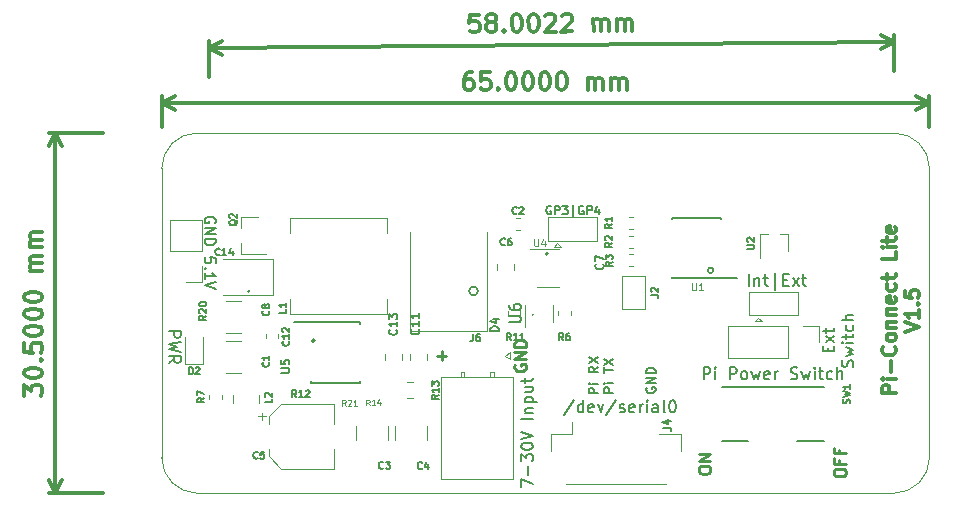
<source format=gbr>
G04 #@! TF.GenerationSoftware,KiCad,Pcbnew,6.0.2-378541a8eb~116~ubuntu20.04.1*
G04 #@! TF.CreationDate,2022-02-27T20:25:45+11:00*
G04 #@! TF.ProjectId,PiConnectLite,5069436f-6e6e-4656-9374-4c6974652e6b,rev?*
G04 #@! TF.SameCoordinates,Original*
G04 #@! TF.FileFunction,Legend,Top*
G04 #@! TF.FilePolarity,Positive*
%FSLAX46Y46*%
G04 Gerber Fmt 4.6, Leading zero omitted, Abs format (unit mm)*
G04 Created by KiCad (PCBNEW 6.0.2-378541a8eb~116~ubuntu20.04.1) date 2022-02-27 20:25:45*
%MOMM*%
%LPD*%
G01*
G04 APERTURE LIST*
%ADD10C,0.150000*%
G04 #@! TA.AperFunction,Profile*
%ADD11C,0.100000*%
G04 #@! TD*
%ADD12C,0.200000*%
%ADD13C,0.175000*%
%ADD14C,0.250000*%
%ADD15C,0.300000*%
%ADD16C,0.125000*%
%ADD17C,0.120000*%
G04 APERTURE END LIST*
D10*
X91482788Y-78100000D02*
G75*
G03*
X91482788Y-78100000I-162788J0D01*
G01*
X109910355Y-75875000D02*
G75*
G03*
X109910355Y-75875000I-35355J0D01*
G01*
X125205489Y-72125000D02*
G75*
G03*
X125205489Y-72125000I-230489J0D01*
G01*
X105271652Y-73880000D02*
G75*
G03*
X105271652Y-73880000I-371652J0D01*
G01*
X85929057Y-73920000D02*
G75*
G03*
X85929057Y-73920000I-79057J0D01*
G01*
X111206066Y-70725000D02*
G75*
G03*
X111206066Y-70725000I-106066J0D01*
G01*
D11*
X117500000Y-91000000D02*
X140500000Y-91000000D01*
X143500000Y-63500000D02*
G75*
G03*
X140500000Y-60500000I-3000001J-1D01*
G01*
X143500000Y-68000000D02*
X143500000Y-66500000D01*
X143500000Y-74000000D02*
X143500000Y-68000000D01*
X143500000Y-66500000D02*
X143500000Y-63500000D01*
X140500000Y-91000001D02*
G75*
G03*
X143499995Y-88005236I-2J3000002D01*
G01*
X78500000Y-63500000D02*
X78500000Y-88000000D01*
X81500000Y-60500000D02*
G75*
G03*
X78500000Y-63500000I1J-3000001D01*
G01*
X143499995Y-88005236D02*
X143500000Y-74000000D01*
X140500000Y-60500000D02*
X81500000Y-60500000D01*
X78500000Y-88000000D02*
G75*
G03*
X81500000Y-91000000I3000001J1D01*
G01*
X81500000Y-91000000D02*
X117500000Y-91000000D01*
D12*
X108922380Y-90505238D02*
X108922380Y-89838571D01*
X109922380Y-90267142D01*
X109541428Y-89457619D02*
X109541428Y-88695714D01*
X108922380Y-88314761D02*
X108922380Y-87695714D01*
X109303333Y-88029047D01*
X109303333Y-87886190D01*
X109350952Y-87790952D01*
X109398571Y-87743333D01*
X109493809Y-87695714D01*
X109731904Y-87695714D01*
X109827142Y-87743333D01*
X109874761Y-87790952D01*
X109922380Y-87886190D01*
X109922380Y-88171904D01*
X109874761Y-88267142D01*
X109827142Y-88314761D01*
X108922380Y-87076666D02*
X108922380Y-86981428D01*
X108970000Y-86886190D01*
X109017619Y-86838571D01*
X109112857Y-86790952D01*
X109303333Y-86743333D01*
X109541428Y-86743333D01*
X109731904Y-86790952D01*
X109827142Y-86838571D01*
X109874761Y-86886190D01*
X109922380Y-86981428D01*
X109922380Y-87076666D01*
X109874761Y-87171904D01*
X109827142Y-87219523D01*
X109731904Y-87267142D01*
X109541428Y-87314761D01*
X109303333Y-87314761D01*
X109112857Y-87267142D01*
X109017619Y-87219523D01*
X108970000Y-87171904D01*
X108922380Y-87076666D01*
X108922380Y-86457619D02*
X109922380Y-86124285D01*
X108922380Y-85790952D01*
X109922380Y-84695714D02*
X108922380Y-84695714D01*
X109255714Y-84219523D02*
X109922380Y-84219523D01*
X109350952Y-84219523D02*
X109303333Y-84171904D01*
X109255714Y-84076666D01*
X109255714Y-83933809D01*
X109303333Y-83838571D01*
X109398571Y-83790952D01*
X109922380Y-83790952D01*
X109255714Y-83314761D02*
X110255714Y-83314761D01*
X109303333Y-83314761D02*
X109255714Y-83219523D01*
X109255714Y-83029047D01*
X109303333Y-82933809D01*
X109350952Y-82886190D01*
X109446190Y-82838571D01*
X109731904Y-82838571D01*
X109827142Y-82886190D01*
X109874761Y-82933809D01*
X109922380Y-83029047D01*
X109922380Y-83219523D01*
X109874761Y-83314761D01*
X109255714Y-81981428D02*
X109922380Y-81981428D01*
X109255714Y-82410000D02*
X109779523Y-82410000D01*
X109874761Y-82362380D01*
X109922380Y-82267142D01*
X109922380Y-82124285D01*
X109874761Y-82029047D01*
X109827142Y-81981428D01*
X109255714Y-81648095D02*
X109255714Y-81267142D01*
X108922380Y-81505238D02*
X109779523Y-81505238D01*
X109874761Y-81457619D01*
X109922380Y-81362380D01*
X109922380Y-81267142D01*
D13*
X113421428Y-83104761D02*
X112564285Y-84390476D01*
X114183333Y-84152380D02*
X114183333Y-83152380D01*
X114183333Y-84104761D02*
X114088095Y-84152380D01*
X113897619Y-84152380D01*
X113802380Y-84104761D01*
X113754761Y-84057142D01*
X113707142Y-83961904D01*
X113707142Y-83676190D01*
X113754761Y-83580952D01*
X113802380Y-83533333D01*
X113897619Y-83485714D01*
X114088095Y-83485714D01*
X114183333Y-83533333D01*
X115040476Y-84104761D02*
X114945238Y-84152380D01*
X114754761Y-84152380D01*
X114659523Y-84104761D01*
X114611904Y-84009523D01*
X114611904Y-83628571D01*
X114659523Y-83533333D01*
X114754761Y-83485714D01*
X114945238Y-83485714D01*
X115040476Y-83533333D01*
X115088095Y-83628571D01*
X115088095Y-83723809D01*
X114611904Y-83819047D01*
X115421428Y-83485714D02*
X115659523Y-84152380D01*
X115897619Y-83485714D01*
X116992857Y-83104761D02*
X116135714Y-84390476D01*
X117278571Y-84104761D02*
X117373809Y-84152380D01*
X117564285Y-84152380D01*
X117659523Y-84104761D01*
X117707142Y-84009523D01*
X117707142Y-83961904D01*
X117659523Y-83866666D01*
X117564285Y-83819047D01*
X117421428Y-83819047D01*
X117326190Y-83771428D01*
X117278571Y-83676190D01*
X117278571Y-83628571D01*
X117326190Y-83533333D01*
X117421428Y-83485714D01*
X117564285Y-83485714D01*
X117659523Y-83533333D01*
X118516666Y-84104761D02*
X118421428Y-84152380D01*
X118230952Y-84152380D01*
X118135714Y-84104761D01*
X118088095Y-84009523D01*
X118088095Y-83628571D01*
X118135714Y-83533333D01*
X118230952Y-83485714D01*
X118421428Y-83485714D01*
X118516666Y-83533333D01*
X118564285Y-83628571D01*
X118564285Y-83723809D01*
X118088095Y-83819047D01*
X118992857Y-84152380D02*
X118992857Y-83485714D01*
X118992857Y-83676190D02*
X119040476Y-83580952D01*
X119088095Y-83533333D01*
X119183333Y-83485714D01*
X119278571Y-83485714D01*
X119611904Y-84152380D02*
X119611904Y-83485714D01*
X119611904Y-83152380D02*
X119564285Y-83200000D01*
X119611904Y-83247619D01*
X119659523Y-83200000D01*
X119611904Y-83152380D01*
X119611904Y-83247619D01*
X120516666Y-84152380D02*
X120516666Y-83628571D01*
X120469047Y-83533333D01*
X120373809Y-83485714D01*
X120183333Y-83485714D01*
X120088095Y-83533333D01*
X120516666Y-84104761D02*
X120421428Y-84152380D01*
X120183333Y-84152380D01*
X120088095Y-84104761D01*
X120040476Y-84009523D01*
X120040476Y-83914285D01*
X120088095Y-83819047D01*
X120183333Y-83771428D01*
X120421428Y-83771428D01*
X120516666Y-83723809D01*
X121135714Y-84152380D02*
X121040476Y-84104761D01*
X120992857Y-84009523D01*
X120992857Y-83152380D01*
X121707142Y-83152380D02*
X121802380Y-83152380D01*
X121897619Y-83200000D01*
X121945238Y-83247619D01*
X121992857Y-83342857D01*
X122040476Y-83533333D01*
X122040476Y-83771428D01*
X121992857Y-83961904D01*
X121945238Y-84057142D01*
X121897619Y-84104761D01*
X121802380Y-84152380D01*
X121707142Y-84152380D01*
X121611904Y-84104761D01*
X121564285Y-84057142D01*
X121516666Y-83961904D01*
X121469047Y-83771428D01*
X121469047Y-83533333D01*
X121516666Y-83342857D01*
X121564285Y-83247619D01*
X121611904Y-83200000D01*
X121707142Y-83152380D01*
D12*
X124369047Y-81352380D02*
X124369047Y-80352380D01*
X124750000Y-80352380D01*
X124845238Y-80400000D01*
X124892857Y-80447619D01*
X124940476Y-80542857D01*
X124940476Y-80685714D01*
X124892857Y-80780952D01*
X124845238Y-80828571D01*
X124750000Y-80876190D01*
X124369047Y-80876190D01*
X125369047Y-81352380D02*
X125369047Y-80685714D01*
X125369047Y-80352380D02*
X125321428Y-80400000D01*
X125369047Y-80447619D01*
X125416666Y-80400000D01*
X125369047Y-80352380D01*
X125369047Y-80447619D01*
X126607142Y-81352380D02*
X126607142Y-80352380D01*
X126988095Y-80352380D01*
X127083333Y-80400000D01*
X127130952Y-80447619D01*
X127178571Y-80542857D01*
X127178571Y-80685714D01*
X127130952Y-80780952D01*
X127083333Y-80828571D01*
X126988095Y-80876190D01*
X126607142Y-80876190D01*
X127750000Y-81352380D02*
X127654761Y-81304761D01*
X127607142Y-81257142D01*
X127559523Y-81161904D01*
X127559523Y-80876190D01*
X127607142Y-80780952D01*
X127654761Y-80733333D01*
X127750000Y-80685714D01*
X127892857Y-80685714D01*
X127988095Y-80733333D01*
X128035714Y-80780952D01*
X128083333Y-80876190D01*
X128083333Y-81161904D01*
X128035714Y-81257142D01*
X127988095Y-81304761D01*
X127892857Y-81352380D01*
X127750000Y-81352380D01*
X128416666Y-80685714D02*
X128607142Y-81352380D01*
X128797619Y-80876190D01*
X128988095Y-81352380D01*
X129178571Y-80685714D01*
X129940476Y-81304761D02*
X129845238Y-81352380D01*
X129654761Y-81352380D01*
X129559523Y-81304761D01*
X129511904Y-81209523D01*
X129511904Y-80828571D01*
X129559523Y-80733333D01*
X129654761Y-80685714D01*
X129845238Y-80685714D01*
X129940476Y-80733333D01*
X129988095Y-80828571D01*
X129988095Y-80923809D01*
X129511904Y-81019047D01*
X130416666Y-81352380D02*
X130416666Y-80685714D01*
X130416666Y-80876190D02*
X130464285Y-80780952D01*
X130511904Y-80733333D01*
X130607142Y-80685714D01*
X130702380Y-80685714D01*
X131750000Y-81304761D02*
X131892857Y-81352380D01*
X132130952Y-81352380D01*
X132226190Y-81304761D01*
X132273809Y-81257142D01*
X132321428Y-81161904D01*
X132321428Y-81066666D01*
X132273809Y-80971428D01*
X132226190Y-80923809D01*
X132130952Y-80876190D01*
X131940476Y-80828571D01*
X131845238Y-80780952D01*
X131797619Y-80733333D01*
X131750000Y-80638095D01*
X131750000Y-80542857D01*
X131797619Y-80447619D01*
X131845238Y-80400000D01*
X131940476Y-80352380D01*
X132178571Y-80352380D01*
X132321428Y-80400000D01*
X132654761Y-80685714D02*
X132845238Y-81352380D01*
X133035714Y-80876190D01*
X133226190Y-81352380D01*
X133416666Y-80685714D01*
X133797619Y-81352380D02*
X133797619Y-80685714D01*
X133797619Y-80352380D02*
X133750000Y-80400000D01*
X133797619Y-80447619D01*
X133845238Y-80400000D01*
X133797619Y-80352380D01*
X133797619Y-80447619D01*
X134130952Y-80685714D02*
X134511904Y-80685714D01*
X134273809Y-80352380D02*
X134273809Y-81209523D01*
X134321428Y-81304761D01*
X134416666Y-81352380D01*
X134511904Y-81352380D01*
X135273809Y-81304761D02*
X135178571Y-81352380D01*
X134988095Y-81352380D01*
X134892857Y-81304761D01*
X134845238Y-81257142D01*
X134797619Y-81161904D01*
X134797619Y-80876190D01*
X134845238Y-80780952D01*
X134892857Y-80733333D01*
X134988095Y-80685714D01*
X135178571Y-80685714D01*
X135273809Y-80733333D01*
X135702380Y-81352380D02*
X135702380Y-80352380D01*
X136130952Y-81352380D02*
X136130952Y-80828571D01*
X136083333Y-80733333D01*
X135988095Y-80685714D01*
X135845238Y-80685714D01*
X135750000Y-80733333D01*
X135702380Y-80780952D01*
D14*
X102221428Y-79730952D02*
X102221428Y-78969047D01*
X102602380Y-79350000D02*
X101840476Y-79350000D01*
X135402380Y-89352380D02*
X135402380Y-89161904D01*
X135450000Y-89066666D01*
X135545238Y-88971428D01*
X135735714Y-88923809D01*
X136069047Y-88923809D01*
X136259523Y-88971428D01*
X136354761Y-89066666D01*
X136402380Y-89161904D01*
X136402380Y-89352380D01*
X136354761Y-89447619D01*
X136259523Y-89542857D01*
X136069047Y-89590476D01*
X135735714Y-89590476D01*
X135545238Y-89542857D01*
X135450000Y-89447619D01*
X135402380Y-89352380D01*
X135878571Y-88161904D02*
X135878571Y-88495238D01*
X136402380Y-88495238D02*
X135402380Y-88495238D01*
X135402380Y-88019047D01*
X135878571Y-87304761D02*
X135878571Y-87638095D01*
X136402380Y-87638095D02*
X135402380Y-87638095D01*
X135402380Y-87161904D01*
X123952380Y-89119047D02*
X123952380Y-88928571D01*
X124000000Y-88833333D01*
X124095238Y-88738095D01*
X124285714Y-88690476D01*
X124619047Y-88690476D01*
X124809523Y-88738095D01*
X124904761Y-88833333D01*
X124952380Y-88928571D01*
X124952380Y-89119047D01*
X124904761Y-89214285D01*
X124809523Y-89309523D01*
X124619047Y-89357142D01*
X124285714Y-89357142D01*
X124095238Y-89309523D01*
X124000000Y-89214285D01*
X123952380Y-89119047D01*
X124952380Y-88261904D02*
X123952380Y-88261904D01*
X124952380Y-87690476D01*
X123952380Y-87690476D01*
D12*
X119550000Y-82059523D02*
X119511904Y-82135714D01*
X119511904Y-82250000D01*
X119550000Y-82364285D01*
X119626190Y-82440476D01*
X119702380Y-82478571D01*
X119854761Y-82516666D01*
X119969047Y-82516666D01*
X120121428Y-82478571D01*
X120197619Y-82440476D01*
X120273809Y-82364285D01*
X120311904Y-82250000D01*
X120311904Y-82173809D01*
X120273809Y-82059523D01*
X120235714Y-82021428D01*
X119969047Y-82021428D01*
X119969047Y-82173809D01*
X120311904Y-81678571D02*
X119511904Y-81678571D01*
X120311904Y-81221428D01*
X119511904Y-81221428D01*
X120311904Y-80840476D02*
X119511904Y-80840476D01*
X119511904Y-80650000D01*
X119550000Y-80535714D01*
X119626190Y-80459523D01*
X119702380Y-80421428D01*
X119854761Y-80383333D01*
X119969047Y-80383333D01*
X120121428Y-80421428D01*
X120197619Y-80459523D01*
X120273809Y-80535714D01*
X120311904Y-80650000D01*
X120311904Y-80840476D01*
X116711904Y-82490476D02*
X115911904Y-82490476D01*
X115911904Y-82185714D01*
X115950000Y-82109523D01*
X115988095Y-82071428D01*
X116064285Y-82033333D01*
X116178571Y-82033333D01*
X116254761Y-82071428D01*
X116292857Y-82109523D01*
X116330952Y-82185714D01*
X116330952Y-82490476D01*
X116711904Y-81690476D02*
X116178571Y-81690476D01*
X115911904Y-81690476D02*
X115950000Y-81728571D01*
X115988095Y-81690476D01*
X115950000Y-81652380D01*
X115911904Y-81690476D01*
X115988095Y-81690476D01*
X115911904Y-80814285D02*
X115911904Y-80357142D01*
X116711904Y-80585714D02*
X115911904Y-80585714D01*
X115911904Y-80166666D02*
X116711904Y-79633333D01*
X115911904Y-79633333D02*
X116711904Y-80166666D01*
X115461904Y-82535714D02*
X114661904Y-82535714D01*
X114661904Y-82230952D01*
X114700000Y-82154761D01*
X114738095Y-82116666D01*
X114814285Y-82078571D01*
X114928571Y-82078571D01*
X115004761Y-82116666D01*
X115042857Y-82154761D01*
X115080952Y-82230952D01*
X115080952Y-82535714D01*
X115461904Y-81735714D02*
X114928571Y-81735714D01*
X114661904Y-81735714D02*
X114700000Y-81773809D01*
X114738095Y-81735714D01*
X114700000Y-81697619D01*
X114661904Y-81735714D01*
X114738095Y-81735714D01*
X115461904Y-80288095D02*
X115080952Y-80554761D01*
X115461904Y-80745238D02*
X114661904Y-80745238D01*
X114661904Y-80440476D01*
X114700000Y-80364285D01*
X114738095Y-80326190D01*
X114814285Y-80288095D01*
X114928571Y-80288095D01*
X115004761Y-80326190D01*
X115042857Y-80364285D01*
X115080952Y-80440476D01*
X115080952Y-80745238D01*
X114661904Y-80021428D02*
X115461904Y-79488095D01*
X114661904Y-79488095D02*
X115461904Y-80021428D01*
D13*
X83010000Y-68124285D02*
X83052857Y-68038571D01*
X83052857Y-67910000D01*
X83010000Y-67781428D01*
X82924285Y-67695714D01*
X82838571Y-67652857D01*
X82667142Y-67610000D01*
X82538571Y-67610000D01*
X82367142Y-67652857D01*
X82281428Y-67695714D01*
X82195714Y-67781428D01*
X82152857Y-67910000D01*
X82152857Y-67995714D01*
X82195714Y-68124285D01*
X82238571Y-68167142D01*
X82538571Y-68167142D01*
X82538571Y-67995714D01*
X82152857Y-68552857D02*
X83052857Y-68552857D01*
X82152857Y-69067142D01*
X83052857Y-69067142D01*
X82152857Y-69495714D02*
X83052857Y-69495714D01*
X83052857Y-69710000D01*
X83010000Y-69838571D01*
X82924285Y-69924285D01*
X82838571Y-69967142D01*
X82667142Y-70010000D01*
X82538571Y-70010000D01*
X82367142Y-69967142D01*
X82281428Y-69924285D01*
X82195714Y-69838571D01*
X82152857Y-69710000D01*
X82152857Y-69495714D01*
X83052857Y-71510000D02*
X83052857Y-71081428D01*
X82624285Y-71038571D01*
X82667142Y-71081428D01*
X82710000Y-71167142D01*
X82710000Y-71381428D01*
X82667142Y-71467142D01*
X82624285Y-71510000D01*
X82538571Y-71552857D01*
X82324285Y-71552857D01*
X82238571Y-71510000D01*
X82195714Y-71467142D01*
X82152857Y-71381428D01*
X82152857Y-71167142D01*
X82195714Y-71081428D01*
X82238571Y-71038571D01*
X82238571Y-71938571D02*
X82195714Y-71981428D01*
X82152857Y-71938571D01*
X82195714Y-71895714D01*
X82238571Y-71938571D01*
X82152857Y-71938571D01*
X82152857Y-72838571D02*
X82152857Y-72324285D01*
X82152857Y-72581428D02*
X83052857Y-72581428D01*
X82924285Y-72495714D01*
X82838571Y-72410000D01*
X82795714Y-72324285D01*
X83052857Y-73095714D02*
X82152857Y-73395714D01*
X83052857Y-73695714D01*
X111453333Y-66730000D02*
X111386666Y-66696666D01*
X111286666Y-66696666D01*
X111186666Y-66730000D01*
X111120000Y-66796666D01*
X111086666Y-66863333D01*
X111053333Y-66996666D01*
X111053333Y-67096666D01*
X111086666Y-67230000D01*
X111120000Y-67296666D01*
X111186666Y-67363333D01*
X111286666Y-67396666D01*
X111353333Y-67396666D01*
X111453333Y-67363333D01*
X111486666Y-67330000D01*
X111486666Y-67096666D01*
X111353333Y-67096666D01*
X111786666Y-67396666D02*
X111786666Y-66696666D01*
X112053333Y-66696666D01*
X112120000Y-66730000D01*
X112153333Y-66763333D01*
X112186666Y-66830000D01*
X112186666Y-66930000D01*
X112153333Y-66996666D01*
X112120000Y-67030000D01*
X112053333Y-67063333D01*
X111786666Y-67063333D01*
X112420000Y-66696666D02*
X112853333Y-66696666D01*
X112620000Y-66963333D01*
X112720000Y-66963333D01*
X112786666Y-66996666D01*
X112820000Y-67030000D01*
X112853333Y-67096666D01*
X112853333Y-67263333D01*
X112820000Y-67330000D01*
X112786666Y-67363333D01*
X112720000Y-67396666D01*
X112520000Y-67396666D01*
X112453333Y-67363333D01*
X112420000Y-67330000D01*
X113320000Y-67630000D02*
X113320000Y-66630000D01*
X114186666Y-66730000D02*
X114120000Y-66696666D01*
X114020000Y-66696666D01*
X113920000Y-66730000D01*
X113853333Y-66796666D01*
X113820000Y-66863333D01*
X113786666Y-66996666D01*
X113786666Y-67096666D01*
X113820000Y-67230000D01*
X113853333Y-67296666D01*
X113920000Y-67363333D01*
X114020000Y-67396666D01*
X114086666Y-67396666D01*
X114186666Y-67363333D01*
X114220000Y-67330000D01*
X114220000Y-67096666D01*
X114086666Y-67096666D01*
X114520000Y-67396666D02*
X114520000Y-66696666D01*
X114786666Y-66696666D01*
X114853333Y-66730000D01*
X114886666Y-66763333D01*
X114920000Y-66830000D01*
X114920000Y-66930000D01*
X114886666Y-66996666D01*
X114853333Y-67030000D01*
X114786666Y-67063333D01*
X114520000Y-67063333D01*
X115520000Y-66930000D02*
X115520000Y-67396666D01*
X115353333Y-66663333D02*
X115186666Y-67163333D01*
X115620000Y-67163333D01*
D12*
X79087619Y-77266666D02*
X80087619Y-77266666D01*
X80087619Y-77647619D01*
X80040000Y-77742857D01*
X79992380Y-77790476D01*
X79897142Y-77838095D01*
X79754285Y-77838095D01*
X79659047Y-77790476D01*
X79611428Y-77742857D01*
X79563809Y-77647619D01*
X79563809Y-77266666D01*
X80087619Y-78171428D02*
X79087619Y-78409523D01*
X79801904Y-78600000D01*
X79087619Y-78790476D01*
X80087619Y-79028571D01*
X79087619Y-79980952D02*
X79563809Y-79647619D01*
X79087619Y-79409523D02*
X80087619Y-79409523D01*
X80087619Y-79790476D01*
X80040000Y-79885714D01*
X79992380Y-79933333D01*
X79897142Y-79980952D01*
X79754285Y-79980952D01*
X79659047Y-79933333D01*
X79611428Y-79885714D01*
X79563809Y-79790476D01*
X79563809Y-79409523D01*
D14*
X108400000Y-80111904D02*
X108352380Y-80207142D01*
X108352380Y-80350000D01*
X108400000Y-80492857D01*
X108495238Y-80588095D01*
X108590476Y-80635714D01*
X108780952Y-80683333D01*
X108923809Y-80683333D01*
X109114285Y-80635714D01*
X109209523Y-80588095D01*
X109304761Y-80492857D01*
X109352380Y-80350000D01*
X109352380Y-80254761D01*
X109304761Y-80111904D01*
X109257142Y-80064285D01*
X108923809Y-80064285D01*
X108923809Y-80254761D01*
X109352380Y-79635714D02*
X108352380Y-79635714D01*
X109352380Y-79064285D01*
X108352380Y-79064285D01*
X109352380Y-78588095D02*
X108352380Y-78588095D01*
X108352380Y-78350000D01*
X108400000Y-78207142D01*
X108495238Y-78111904D01*
X108590476Y-78064285D01*
X108780952Y-78016666D01*
X108923809Y-78016666D01*
X109114285Y-78064285D01*
X109209523Y-78111904D01*
X109304761Y-78207142D01*
X109352380Y-78350000D01*
X109352380Y-78588095D01*
D12*
X134923571Y-79004761D02*
X134923571Y-78671428D01*
X135447380Y-78528571D02*
X135447380Y-79004761D01*
X134447380Y-79004761D01*
X134447380Y-78528571D01*
X135447380Y-78195238D02*
X134780714Y-77671428D01*
X134780714Y-78195238D02*
X135447380Y-77671428D01*
X134780714Y-77433333D02*
X134780714Y-77052380D01*
X134447380Y-77290476D02*
X135304523Y-77290476D01*
X135399761Y-77242857D01*
X135447380Y-77147619D01*
X135447380Y-77052380D01*
X137009761Y-80314285D02*
X137057380Y-80171428D01*
X137057380Y-79933333D01*
X137009761Y-79838095D01*
X136962142Y-79790476D01*
X136866904Y-79742857D01*
X136771666Y-79742857D01*
X136676428Y-79790476D01*
X136628809Y-79838095D01*
X136581190Y-79933333D01*
X136533571Y-80123809D01*
X136485952Y-80219047D01*
X136438333Y-80266666D01*
X136343095Y-80314285D01*
X136247857Y-80314285D01*
X136152619Y-80266666D01*
X136105000Y-80219047D01*
X136057380Y-80123809D01*
X136057380Y-79885714D01*
X136105000Y-79742857D01*
X136390714Y-79409523D02*
X137057380Y-79219047D01*
X136581190Y-79028571D01*
X137057380Y-78838095D01*
X136390714Y-78647619D01*
X137057380Y-78266666D02*
X136390714Y-78266666D01*
X136057380Y-78266666D02*
X136105000Y-78314285D01*
X136152619Y-78266666D01*
X136105000Y-78219047D01*
X136057380Y-78266666D01*
X136152619Y-78266666D01*
X136390714Y-77933333D02*
X136390714Y-77552380D01*
X136057380Y-77790476D02*
X136914523Y-77790476D01*
X137009761Y-77742857D01*
X137057380Y-77647619D01*
X137057380Y-77552380D01*
X137009761Y-76790476D02*
X137057380Y-76885714D01*
X137057380Y-77076190D01*
X137009761Y-77171428D01*
X136962142Y-77219047D01*
X136866904Y-77266666D01*
X136581190Y-77266666D01*
X136485952Y-77219047D01*
X136438333Y-77171428D01*
X136390714Y-77076190D01*
X136390714Y-76885714D01*
X136438333Y-76790476D01*
X137057380Y-76361904D02*
X136057380Y-76361904D01*
X137057380Y-75933333D02*
X136533571Y-75933333D01*
X136438333Y-75980952D01*
X136390714Y-76076190D01*
X136390714Y-76219047D01*
X136438333Y-76314285D01*
X136485952Y-76361904D01*
D15*
X140676857Y-82528571D02*
X139476857Y-82528571D01*
X139476857Y-82071428D01*
X139534000Y-81957142D01*
X139591142Y-81900000D01*
X139705428Y-81842857D01*
X139876857Y-81842857D01*
X139991142Y-81900000D01*
X140048285Y-81957142D01*
X140105428Y-82071428D01*
X140105428Y-82528571D01*
X140676857Y-81328571D02*
X139876857Y-81328571D01*
X139476857Y-81328571D02*
X139534000Y-81385714D01*
X139591142Y-81328571D01*
X139534000Y-81271428D01*
X139476857Y-81328571D01*
X139591142Y-81328571D01*
X140219714Y-80757142D02*
X140219714Y-79842857D01*
X140562571Y-78585714D02*
X140619714Y-78642857D01*
X140676857Y-78814285D01*
X140676857Y-78928571D01*
X140619714Y-79100000D01*
X140505428Y-79214285D01*
X140391142Y-79271428D01*
X140162571Y-79328571D01*
X139991142Y-79328571D01*
X139762571Y-79271428D01*
X139648285Y-79214285D01*
X139534000Y-79100000D01*
X139476857Y-78928571D01*
X139476857Y-78814285D01*
X139534000Y-78642857D01*
X139591142Y-78585714D01*
X140676857Y-77900000D02*
X140619714Y-78014285D01*
X140562571Y-78071428D01*
X140448285Y-78128571D01*
X140105428Y-78128571D01*
X139991142Y-78071428D01*
X139934000Y-78014285D01*
X139876857Y-77900000D01*
X139876857Y-77728571D01*
X139934000Y-77614285D01*
X139991142Y-77557142D01*
X140105428Y-77500000D01*
X140448285Y-77500000D01*
X140562571Y-77557142D01*
X140619714Y-77614285D01*
X140676857Y-77728571D01*
X140676857Y-77900000D01*
X139876857Y-76985714D02*
X140676857Y-76985714D01*
X139991142Y-76985714D02*
X139934000Y-76928571D01*
X139876857Y-76814285D01*
X139876857Y-76642857D01*
X139934000Y-76528571D01*
X140048285Y-76471428D01*
X140676857Y-76471428D01*
X139876857Y-75900000D02*
X140676857Y-75900000D01*
X139991142Y-75900000D02*
X139934000Y-75842857D01*
X139876857Y-75728571D01*
X139876857Y-75557142D01*
X139934000Y-75442857D01*
X140048285Y-75385714D01*
X140676857Y-75385714D01*
X140619714Y-74357142D02*
X140676857Y-74471428D01*
X140676857Y-74700000D01*
X140619714Y-74814285D01*
X140505428Y-74871428D01*
X140048285Y-74871428D01*
X139934000Y-74814285D01*
X139876857Y-74700000D01*
X139876857Y-74471428D01*
X139934000Y-74357142D01*
X140048285Y-74300000D01*
X140162571Y-74300000D01*
X140276857Y-74871428D01*
X140619714Y-73271428D02*
X140676857Y-73385714D01*
X140676857Y-73614285D01*
X140619714Y-73728571D01*
X140562571Y-73785714D01*
X140448285Y-73842857D01*
X140105428Y-73842857D01*
X139991142Y-73785714D01*
X139934000Y-73728571D01*
X139876857Y-73614285D01*
X139876857Y-73385714D01*
X139934000Y-73271428D01*
X139876857Y-72928571D02*
X139876857Y-72471428D01*
X139476857Y-72757142D02*
X140505428Y-72757142D01*
X140619714Y-72700000D01*
X140676857Y-72585714D01*
X140676857Y-72471428D01*
X140676857Y-70585714D02*
X140676857Y-71157142D01*
X139476857Y-71157142D01*
X140676857Y-70185714D02*
X139876857Y-70185714D01*
X139476857Y-70185714D02*
X139534000Y-70242857D01*
X139591142Y-70185714D01*
X139534000Y-70128571D01*
X139476857Y-70185714D01*
X139591142Y-70185714D01*
X139876857Y-69785714D02*
X139876857Y-69328571D01*
X139476857Y-69614285D02*
X140505428Y-69614285D01*
X140619714Y-69557142D01*
X140676857Y-69442857D01*
X140676857Y-69328571D01*
X140619714Y-68471428D02*
X140676857Y-68585714D01*
X140676857Y-68814285D01*
X140619714Y-68928571D01*
X140505428Y-68985714D01*
X140048285Y-68985714D01*
X139934000Y-68928571D01*
X139876857Y-68814285D01*
X139876857Y-68585714D01*
X139934000Y-68471428D01*
X140048285Y-68414285D01*
X140162571Y-68414285D01*
X140276857Y-68985714D01*
X141408857Y-77328571D02*
X142608857Y-76928571D01*
X141408857Y-76528571D01*
X142608857Y-75500000D02*
X142608857Y-76185714D01*
X142608857Y-75842857D02*
X141408857Y-75842857D01*
X141580285Y-75957142D01*
X141694571Y-76071428D01*
X141751714Y-76185714D01*
X142494571Y-74985714D02*
X142551714Y-74928571D01*
X142608857Y-74985714D01*
X142551714Y-75042857D01*
X142494571Y-74985714D01*
X142608857Y-74985714D01*
X141408857Y-73842857D02*
X141408857Y-74414285D01*
X141980285Y-74471428D01*
X141923142Y-74414285D01*
X141866000Y-74300000D01*
X141866000Y-74014285D01*
X141923142Y-73900000D01*
X141980285Y-73842857D01*
X142094571Y-73785714D01*
X142380285Y-73785714D01*
X142494571Y-73842857D01*
X142551714Y-73900000D01*
X142608857Y-74014285D01*
X142608857Y-74300000D01*
X142551714Y-74414285D01*
X142494571Y-74471428D01*
D12*
X128202857Y-73462380D02*
X128202857Y-72462380D01*
X128679047Y-72795714D02*
X128679047Y-73462380D01*
X128679047Y-72890952D02*
X128726666Y-72843333D01*
X128821904Y-72795714D01*
X128964761Y-72795714D01*
X129060000Y-72843333D01*
X129107619Y-72938571D01*
X129107619Y-73462380D01*
X129440952Y-72795714D02*
X129821904Y-72795714D01*
X129583809Y-72462380D02*
X129583809Y-73319523D01*
X129631428Y-73414761D01*
X129726666Y-73462380D01*
X129821904Y-73462380D01*
X130393333Y-73795714D02*
X130393333Y-72367142D01*
X131107619Y-72938571D02*
X131440952Y-72938571D01*
X131583809Y-73462380D02*
X131107619Y-73462380D01*
X131107619Y-72462380D01*
X131583809Y-72462380D01*
X131917142Y-73462380D02*
X132440952Y-72795714D01*
X131917142Y-72795714D02*
X132440952Y-73462380D01*
X132679047Y-72795714D02*
X133060000Y-72795714D01*
X132821904Y-72462380D02*
X132821904Y-73319523D01*
X132869523Y-73414761D01*
X132964761Y-73462380D01*
X133060000Y-73462380D01*
D15*
X66878571Y-82750000D02*
X66878571Y-81821428D01*
X67450000Y-82321428D01*
X67450000Y-82107142D01*
X67521428Y-81964285D01*
X67592857Y-81892857D01*
X67735714Y-81821428D01*
X68092857Y-81821428D01*
X68235714Y-81892857D01*
X68307142Y-81964285D01*
X68378571Y-82107142D01*
X68378571Y-82535714D01*
X68307142Y-82678571D01*
X68235714Y-82750000D01*
X66878571Y-80892857D02*
X66878571Y-80750000D01*
X66950000Y-80607142D01*
X67021428Y-80535714D01*
X67164285Y-80464285D01*
X67450000Y-80392857D01*
X67807142Y-80392857D01*
X68092857Y-80464285D01*
X68235714Y-80535714D01*
X68307142Y-80607142D01*
X68378571Y-80750000D01*
X68378571Y-80892857D01*
X68307142Y-81035714D01*
X68235714Y-81107142D01*
X68092857Y-81178571D01*
X67807142Y-81250000D01*
X67450000Y-81250000D01*
X67164285Y-81178571D01*
X67021428Y-81107142D01*
X66950000Y-81035714D01*
X66878571Y-80892857D01*
X68235714Y-79750000D02*
X68307142Y-79678571D01*
X68378571Y-79750000D01*
X68307142Y-79821428D01*
X68235714Y-79750000D01*
X68378571Y-79750000D01*
X66878571Y-78321428D02*
X66878571Y-79035714D01*
X67592857Y-79107142D01*
X67521428Y-79035714D01*
X67450000Y-78892857D01*
X67450000Y-78535714D01*
X67521428Y-78392857D01*
X67592857Y-78321428D01*
X67735714Y-78250000D01*
X68092857Y-78250000D01*
X68235714Y-78321428D01*
X68307142Y-78392857D01*
X68378571Y-78535714D01*
X68378571Y-78892857D01*
X68307142Y-79035714D01*
X68235714Y-79107142D01*
X66878571Y-77321428D02*
X66878571Y-77178571D01*
X66950000Y-77035714D01*
X67021428Y-76964285D01*
X67164285Y-76892857D01*
X67450000Y-76821428D01*
X67807142Y-76821428D01*
X68092857Y-76892857D01*
X68235714Y-76964285D01*
X68307142Y-77035714D01*
X68378571Y-77178571D01*
X68378571Y-77321428D01*
X68307142Y-77464285D01*
X68235714Y-77535714D01*
X68092857Y-77607142D01*
X67807142Y-77678571D01*
X67450000Y-77678571D01*
X67164285Y-77607142D01*
X67021428Y-77535714D01*
X66950000Y-77464285D01*
X66878571Y-77321428D01*
X66878571Y-75892857D02*
X66878571Y-75750000D01*
X66950000Y-75607142D01*
X67021428Y-75535714D01*
X67164285Y-75464285D01*
X67450000Y-75392857D01*
X67807142Y-75392857D01*
X68092857Y-75464285D01*
X68235714Y-75535714D01*
X68307142Y-75607142D01*
X68378571Y-75750000D01*
X68378571Y-75892857D01*
X68307142Y-76035714D01*
X68235714Y-76107142D01*
X68092857Y-76178571D01*
X67807142Y-76250000D01*
X67450000Y-76250000D01*
X67164285Y-76178571D01*
X67021428Y-76107142D01*
X66950000Y-76035714D01*
X66878571Y-75892857D01*
X66878571Y-74464285D02*
X66878571Y-74321428D01*
X66950000Y-74178571D01*
X67021428Y-74107142D01*
X67164285Y-74035714D01*
X67450000Y-73964285D01*
X67807142Y-73964285D01*
X68092857Y-74035714D01*
X68235714Y-74107142D01*
X68307142Y-74178571D01*
X68378571Y-74321428D01*
X68378571Y-74464285D01*
X68307142Y-74607142D01*
X68235714Y-74678571D01*
X68092857Y-74750000D01*
X67807142Y-74821428D01*
X67450000Y-74821428D01*
X67164285Y-74750000D01*
X67021428Y-74678571D01*
X66950000Y-74607142D01*
X66878571Y-74464285D01*
X68378571Y-72178571D02*
X67378571Y-72178571D01*
X67521428Y-72178571D02*
X67450000Y-72107142D01*
X67378571Y-71964285D01*
X67378571Y-71750000D01*
X67450000Y-71607142D01*
X67592857Y-71535714D01*
X68378571Y-71535714D01*
X67592857Y-71535714D02*
X67450000Y-71464285D01*
X67378571Y-71321428D01*
X67378571Y-71107142D01*
X67450000Y-70964285D01*
X67592857Y-70892857D01*
X68378571Y-70892857D01*
X68378571Y-70178571D02*
X67378571Y-70178571D01*
X67521428Y-70178571D02*
X67450000Y-70107142D01*
X67378571Y-69964285D01*
X67378571Y-69750000D01*
X67450000Y-69607142D01*
X67592857Y-69535714D01*
X68378571Y-69535714D01*
X67592857Y-69535714D02*
X67450000Y-69464285D01*
X67378571Y-69321428D01*
X67378571Y-69107142D01*
X67450000Y-68964285D01*
X67592857Y-68892857D01*
X68378571Y-68892857D01*
X73500000Y-91000000D02*
X68913580Y-91000000D01*
X73500000Y-60500000D02*
X68913580Y-60500000D01*
X69500000Y-91000000D02*
X69500000Y-60500000D01*
X69500000Y-91000000D02*
X69500000Y-60500000D01*
X69500000Y-91000000D02*
X70086421Y-89873496D01*
X69500000Y-91000000D02*
X68913579Y-89873496D01*
X69500000Y-60500000D02*
X68913579Y-61626504D01*
X69500000Y-60500000D02*
X70086421Y-61626504D01*
X104785714Y-55378571D02*
X104500000Y-55378571D01*
X104357142Y-55450000D01*
X104285714Y-55521428D01*
X104142857Y-55735714D01*
X104071428Y-56021428D01*
X104071428Y-56592857D01*
X104142857Y-56735714D01*
X104214285Y-56807142D01*
X104357142Y-56878571D01*
X104642857Y-56878571D01*
X104785714Y-56807142D01*
X104857142Y-56735714D01*
X104928571Y-56592857D01*
X104928571Y-56235714D01*
X104857142Y-56092857D01*
X104785714Y-56021428D01*
X104642857Y-55950000D01*
X104357142Y-55950000D01*
X104214285Y-56021428D01*
X104142857Y-56092857D01*
X104071428Y-56235714D01*
X106285714Y-55378571D02*
X105571428Y-55378571D01*
X105500000Y-56092857D01*
X105571428Y-56021428D01*
X105714285Y-55950000D01*
X106071428Y-55950000D01*
X106214285Y-56021428D01*
X106285714Y-56092857D01*
X106357142Y-56235714D01*
X106357142Y-56592857D01*
X106285714Y-56735714D01*
X106214285Y-56807142D01*
X106071428Y-56878571D01*
X105714285Y-56878571D01*
X105571428Y-56807142D01*
X105500000Y-56735714D01*
X107000000Y-56735714D02*
X107071428Y-56807142D01*
X107000000Y-56878571D01*
X106928571Y-56807142D01*
X107000000Y-56735714D01*
X107000000Y-56878571D01*
X108000000Y-55378571D02*
X108142857Y-55378571D01*
X108285714Y-55450000D01*
X108357142Y-55521428D01*
X108428571Y-55664285D01*
X108500000Y-55950000D01*
X108500000Y-56307142D01*
X108428571Y-56592857D01*
X108357142Y-56735714D01*
X108285714Y-56807142D01*
X108142857Y-56878571D01*
X108000000Y-56878571D01*
X107857142Y-56807142D01*
X107785714Y-56735714D01*
X107714285Y-56592857D01*
X107642857Y-56307142D01*
X107642857Y-55950000D01*
X107714285Y-55664285D01*
X107785714Y-55521428D01*
X107857142Y-55450000D01*
X108000000Y-55378571D01*
X109428571Y-55378571D02*
X109571428Y-55378571D01*
X109714285Y-55450000D01*
X109785714Y-55521428D01*
X109857142Y-55664285D01*
X109928571Y-55950000D01*
X109928571Y-56307142D01*
X109857142Y-56592857D01*
X109785714Y-56735714D01*
X109714285Y-56807142D01*
X109571428Y-56878571D01*
X109428571Y-56878571D01*
X109285714Y-56807142D01*
X109214285Y-56735714D01*
X109142857Y-56592857D01*
X109071428Y-56307142D01*
X109071428Y-55950000D01*
X109142857Y-55664285D01*
X109214285Y-55521428D01*
X109285714Y-55450000D01*
X109428571Y-55378571D01*
X110857142Y-55378571D02*
X111000000Y-55378571D01*
X111142857Y-55450000D01*
X111214285Y-55521428D01*
X111285714Y-55664285D01*
X111357142Y-55950000D01*
X111357142Y-56307142D01*
X111285714Y-56592857D01*
X111214285Y-56735714D01*
X111142857Y-56807142D01*
X111000000Y-56878571D01*
X110857142Y-56878571D01*
X110714285Y-56807142D01*
X110642857Y-56735714D01*
X110571428Y-56592857D01*
X110500000Y-56307142D01*
X110500000Y-55950000D01*
X110571428Y-55664285D01*
X110642857Y-55521428D01*
X110714285Y-55450000D01*
X110857142Y-55378571D01*
X112285714Y-55378571D02*
X112428571Y-55378571D01*
X112571428Y-55450000D01*
X112642857Y-55521428D01*
X112714285Y-55664285D01*
X112785714Y-55950000D01*
X112785714Y-56307142D01*
X112714285Y-56592857D01*
X112642857Y-56735714D01*
X112571428Y-56807142D01*
X112428571Y-56878571D01*
X112285714Y-56878571D01*
X112142857Y-56807142D01*
X112071428Y-56735714D01*
X112000000Y-56592857D01*
X111928571Y-56307142D01*
X111928571Y-55950000D01*
X112000000Y-55664285D01*
X112071428Y-55521428D01*
X112142857Y-55450000D01*
X112285714Y-55378571D01*
X114571428Y-56878571D02*
X114571428Y-55878571D01*
X114571428Y-56021428D02*
X114642857Y-55950000D01*
X114785714Y-55878571D01*
X115000000Y-55878571D01*
X115142857Y-55950000D01*
X115214285Y-56092857D01*
X115214285Y-56878571D01*
X115214285Y-56092857D02*
X115285714Y-55950000D01*
X115428571Y-55878571D01*
X115642857Y-55878571D01*
X115785714Y-55950000D01*
X115857142Y-56092857D01*
X115857142Y-56878571D01*
X116571428Y-56878571D02*
X116571428Y-55878571D01*
X116571428Y-56021428D02*
X116642857Y-55950000D01*
X116785714Y-55878571D01*
X117000000Y-55878571D01*
X117142857Y-55950000D01*
X117214285Y-56092857D01*
X117214285Y-56878571D01*
X117214285Y-56092857D02*
X117285714Y-55950000D01*
X117428571Y-55878571D01*
X117642857Y-55878571D01*
X117785714Y-55950000D01*
X117857142Y-56092857D01*
X117857142Y-56878571D01*
X143500000Y-60000000D02*
X143500000Y-57413580D01*
X78500000Y-60000000D02*
X78500000Y-57413580D01*
X143500000Y-58000000D02*
X78500000Y-58000000D01*
X143500000Y-58000000D02*
X78500000Y-58000000D01*
X143500000Y-58000000D02*
X142373496Y-57413579D01*
X143500000Y-58000000D02*
X142373496Y-58586421D01*
X78500000Y-58000000D02*
X79626504Y-58586421D01*
X78500000Y-58000000D02*
X79626504Y-57413579D01*
X105330871Y-50477350D02*
X104616611Y-50483508D01*
X104551343Y-51198382D01*
X104622153Y-51126341D01*
X104764389Y-51053683D01*
X105121519Y-51050605D01*
X105264986Y-51120799D01*
X105337028Y-51191609D01*
X105409685Y-51333845D01*
X105412764Y-51690975D01*
X105342570Y-51834443D01*
X105271759Y-51906484D01*
X105129523Y-51979142D01*
X104772394Y-51982220D01*
X104628926Y-51912026D01*
X104556885Y-51841216D01*
X106264949Y-51112179D02*
X106121482Y-51041984D01*
X106049440Y-50971174D01*
X105976783Y-50828938D01*
X105976167Y-50757512D01*
X106046361Y-50614045D01*
X106117171Y-50542003D01*
X106259408Y-50469346D01*
X106545111Y-50466883D01*
X106688579Y-50537077D01*
X106760620Y-50607887D01*
X106833278Y-50750123D01*
X106833894Y-50821549D01*
X106763699Y-50965017D01*
X106692889Y-51037058D01*
X106550653Y-51109716D01*
X106264949Y-51112179D01*
X106122713Y-51184836D01*
X106051903Y-51256878D01*
X105981708Y-51400345D01*
X105984171Y-51686049D01*
X106056829Y-51828285D01*
X106128870Y-51899095D01*
X106272338Y-51969290D01*
X106558042Y-51966827D01*
X106700278Y-51894169D01*
X106771088Y-51822128D01*
X106841282Y-51678660D01*
X106838819Y-51392957D01*
X106766162Y-51250720D01*
X106694120Y-51179910D01*
X106550653Y-51109716D01*
X107485347Y-51815970D02*
X107557389Y-51886781D01*
X107486579Y-51958822D01*
X107414537Y-51888012D01*
X107485347Y-51815970D01*
X107486579Y-51958822D01*
X108473611Y-50450258D02*
X108616463Y-50449026D01*
X108759930Y-50519221D01*
X108831972Y-50590031D01*
X108904629Y-50732267D01*
X108978518Y-51017355D01*
X108981597Y-51374484D01*
X108912634Y-51660804D01*
X108842440Y-51804271D01*
X108771629Y-51876313D01*
X108629393Y-51948970D01*
X108486542Y-51950202D01*
X108343074Y-51880007D01*
X108271032Y-51809197D01*
X108198375Y-51666961D01*
X108124486Y-51381873D01*
X108121407Y-51024744D01*
X108190370Y-50738424D01*
X108260565Y-50594957D01*
X108331375Y-50522915D01*
X108473611Y-50450258D01*
X109902129Y-50437943D02*
X110044981Y-50436711D01*
X110188449Y-50506906D01*
X110260490Y-50577716D01*
X110333148Y-50719952D01*
X110407037Y-51005040D01*
X110410115Y-51362169D01*
X110341152Y-51648489D01*
X110270958Y-51791956D01*
X110200148Y-51863998D01*
X110057912Y-51936656D01*
X109915060Y-51937887D01*
X109771592Y-51867693D01*
X109699551Y-51796882D01*
X109626893Y-51654646D01*
X109553004Y-51369558D01*
X109549926Y-51012429D01*
X109618889Y-50726109D01*
X109689083Y-50582642D01*
X109759893Y-50510600D01*
X109902129Y-50437943D01*
X110974750Y-50571558D02*
X111045560Y-50499517D01*
X111187796Y-50426859D01*
X111544925Y-50423781D01*
X111688393Y-50493975D01*
X111760435Y-50564785D01*
X111833092Y-50707021D01*
X111834324Y-50849873D01*
X111764745Y-51064767D01*
X110915023Y-51929267D01*
X111843560Y-51921262D01*
X112403268Y-50559244D02*
X112474078Y-50487202D01*
X112616314Y-50414545D01*
X112973444Y-50411466D01*
X113116911Y-50481660D01*
X113188953Y-50552471D01*
X113261610Y-50694707D01*
X113262842Y-50837558D01*
X113193263Y-51052452D01*
X112343541Y-51916952D01*
X113272078Y-51908947D01*
X115057726Y-51893554D02*
X115049106Y-50893591D01*
X115050337Y-51036443D02*
X115121147Y-50964401D01*
X115263383Y-50891744D01*
X115477661Y-50889896D01*
X115621129Y-50960091D01*
X115693786Y-51102327D01*
X115700559Y-51888012D01*
X115693786Y-51102327D02*
X115763980Y-50958859D01*
X115906217Y-50886202D01*
X116120494Y-50884355D01*
X116263962Y-50954549D01*
X116336619Y-51096785D01*
X116343392Y-51882470D01*
X117057652Y-51876313D02*
X117049031Y-50876350D01*
X117050263Y-51019202D02*
X117121073Y-50947160D01*
X117263309Y-50874503D01*
X117477587Y-50872656D01*
X117621054Y-50942850D01*
X117693712Y-51085086D01*
X117700485Y-51870771D01*
X117693712Y-51085086D02*
X117763906Y-50941619D01*
X117906142Y-50868961D01*
X118120420Y-50867114D01*
X118263888Y-50937308D01*
X118336545Y-51079545D01*
X118343318Y-51865230D01*
X140517648Y-55295541D02*
X140491043Y-52209330D01*
X82517648Y-55795541D02*
X82491043Y-52709330D01*
X140496098Y-52795728D02*
X82496098Y-53295728D01*
X140496098Y-52795728D02*
X82496098Y-53295728D01*
X140496098Y-52795728D02*
X139364581Y-52219040D01*
X140496098Y-52795728D02*
X139374691Y-53391838D01*
X82496098Y-53295728D02*
X83627615Y-53872416D01*
X82496098Y-53295728D02*
X83617505Y-52699618D01*
D10*
X84888571Y-67867142D02*
X84860000Y-67924285D01*
X84802857Y-67981428D01*
X84717142Y-68067142D01*
X84688571Y-68124285D01*
X84688571Y-68181428D01*
X84831428Y-68152857D02*
X84802857Y-68210000D01*
X84745714Y-68267142D01*
X84631428Y-68295714D01*
X84431428Y-68295714D01*
X84317142Y-68267142D01*
X84260000Y-68210000D01*
X84231428Y-68152857D01*
X84231428Y-68038571D01*
X84260000Y-67981428D01*
X84317142Y-67924285D01*
X84431428Y-67895714D01*
X84631428Y-67895714D01*
X84745714Y-67924285D01*
X84802857Y-67981428D01*
X84831428Y-68038571D01*
X84831428Y-68152857D01*
X84288571Y-67667142D02*
X84260000Y-67638571D01*
X84231428Y-67581428D01*
X84231428Y-67438571D01*
X84260000Y-67381428D01*
X84288571Y-67352857D01*
X84345714Y-67324285D01*
X84402857Y-67324285D01*
X84488571Y-67352857D01*
X84831428Y-67695714D01*
X84831428Y-67324285D01*
X107904680Y-76534864D02*
X108714204Y-76534864D01*
X108809442Y-76487245D01*
X108857061Y-76439626D01*
X108904680Y-76344388D01*
X108904680Y-76153912D01*
X108857061Y-76058674D01*
X108809442Y-76011055D01*
X108714204Y-75963436D01*
X107904680Y-75963436D01*
X107904680Y-75058674D02*
X107904680Y-75249150D01*
X107952300Y-75344388D01*
X107999919Y-75392007D01*
X108142776Y-75487245D01*
X108333252Y-75534864D01*
X108714204Y-75534864D01*
X108809442Y-75487245D01*
X108857061Y-75439626D01*
X108904680Y-75344388D01*
X108904680Y-75153912D01*
X108857061Y-75058674D01*
X108809442Y-75011055D01*
X108714204Y-74963436D01*
X108476109Y-74963436D01*
X108380871Y-75011055D01*
X108333252Y-75058674D01*
X108285633Y-75153912D01*
X108285633Y-75344388D01*
X108333252Y-75439626D01*
X108380871Y-75487245D01*
X108476109Y-75534864D01*
X107550000Y-69964285D02*
X107521428Y-69992857D01*
X107435714Y-70021428D01*
X107378571Y-70021428D01*
X107292857Y-69992857D01*
X107235714Y-69935714D01*
X107207142Y-69878571D01*
X107178571Y-69764285D01*
X107178571Y-69678571D01*
X107207142Y-69564285D01*
X107235714Y-69507142D01*
X107292857Y-69450000D01*
X107378571Y-69421428D01*
X107435714Y-69421428D01*
X107521428Y-69450000D01*
X107550000Y-69478571D01*
X108064285Y-69421428D02*
X107950000Y-69421428D01*
X107892857Y-69450000D01*
X107864285Y-69478571D01*
X107807142Y-69564285D01*
X107778571Y-69678571D01*
X107778571Y-69907142D01*
X107807142Y-69964285D01*
X107835714Y-69992857D01*
X107892857Y-70021428D01*
X108007142Y-70021428D01*
X108064285Y-69992857D01*
X108092857Y-69964285D01*
X108121428Y-69907142D01*
X108121428Y-69764285D01*
X108092857Y-69707142D01*
X108064285Y-69678571D01*
X108007142Y-69650000D01*
X107892857Y-69650000D01*
X107835714Y-69678571D01*
X107807142Y-69707142D01*
X107778571Y-69764285D01*
X115850000Y-71601666D02*
X115883333Y-71635000D01*
X115916666Y-71735000D01*
X115916666Y-71801666D01*
X115883333Y-71901666D01*
X115816666Y-71968333D01*
X115750000Y-72001666D01*
X115616666Y-72035000D01*
X115516666Y-72035000D01*
X115383333Y-72001666D01*
X115316666Y-71968333D01*
X115250000Y-71901666D01*
X115216666Y-71801666D01*
X115216666Y-71735000D01*
X115250000Y-71635000D01*
X115283333Y-71601666D01*
X115216666Y-71368333D02*
X115216666Y-70901666D01*
X115916666Y-71201666D01*
X116621428Y-68200000D02*
X116335714Y-68400000D01*
X116621428Y-68542857D02*
X116021428Y-68542857D01*
X116021428Y-68314285D01*
X116050000Y-68257142D01*
X116078571Y-68228571D01*
X116135714Y-68200000D01*
X116221428Y-68200000D01*
X116278571Y-68228571D01*
X116307142Y-68257142D01*
X116335714Y-68314285D01*
X116335714Y-68542857D01*
X116621428Y-67628571D02*
X116621428Y-67971428D01*
X116621428Y-67800000D02*
X116021428Y-67800000D01*
X116107142Y-67857142D01*
X116164285Y-67914285D01*
X116192857Y-67971428D01*
X116621428Y-69800000D02*
X116335714Y-70000000D01*
X116621428Y-70142857D02*
X116021428Y-70142857D01*
X116021428Y-69914285D01*
X116050000Y-69857142D01*
X116078571Y-69828571D01*
X116135714Y-69800000D01*
X116221428Y-69800000D01*
X116278571Y-69828571D01*
X116307142Y-69857142D01*
X116335714Y-69914285D01*
X116335714Y-70142857D01*
X116078571Y-69571428D02*
X116050000Y-69542857D01*
X116021428Y-69485714D01*
X116021428Y-69342857D01*
X116050000Y-69285714D01*
X116078571Y-69257142D01*
X116135714Y-69228571D01*
X116192857Y-69228571D01*
X116278571Y-69257142D01*
X116621428Y-69600000D01*
X116621428Y-69228571D01*
X108064285Y-78071428D02*
X107864285Y-77785714D01*
X107721428Y-78071428D02*
X107721428Y-77471428D01*
X107950000Y-77471428D01*
X108007142Y-77500000D01*
X108035714Y-77528571D01*
X108064285Y-77585714D01*
X108064285Y-77671428D01*
X108035714Y-77728571D01*
X108007142Y-77757142D01*
X107950000Y-77785714D01*
X107721428Y-77785714D01*
X108635714Y-78071428D02*
X108292857Y-78071428D01*
X108464285Y-78071428D02*
X108464285Y-77471428D01*
X108407142Y-77557142D01*
X108350000Y-77614285D01*
X108292857Y-77642857D01*
X109207142Y-78071428D02*
X108864285Y-78071428D01*
X109035714Y-78071428D02*
X109035714Y-77471428D01*
X108978571Y-77557142D01*
X108921428Y-77614285D01*
X108864285Y-77642857D01*
D16*
X110042857Y-69491428D02*
X110042857Y-69977142D01*
X110071428Y-70034285D01*
X110100000Y-70062857D01*
X110157142Y-70091428D01*
X110271428Y-70091428D01*
X110328571Y-70062857D01*
X110357142Y-70034285D01*
X110385714Y-69977142D01*
X110385714Y-69491428D01*
X110928571Y-69691428D02*
X110928571Y-70091428D01*
X110785714Y-69462857D02*
X110642857Y-69891428D01*
X111014285Y-69891428D01*
D10*
X119921428Y-74210000D02*
X120350000Y-74210000D01*
X120435714Y-74238571D01*
X120492857Y-74295714D01*
X120521428Y-74381428D01*
X120521428Y-74438571D01*
X119978571Y-73952857D02*
X119950000Y-73924285D01*
X119921428Y-73867142D01*
X119921428Y-73724285D01*
X119950000Y-73667142D01*
X119978571Y-73638571D01*
X120035714Y-73610000D01*
X120092857Y-73610000D01*
X120178571Y-73638571D01*
X120521428Y-73981428D01*
X120521428Y-73610000D01*
X116671428Y-71400000D02*
X116385714Y-71600000D01*
X116671428Y-71742857D02*
X116071428Y-71742857D01*
X116071428Y-71514285D01*
X116100000Y-71457142D01*
X116128571Y-71428571D01*
X116185714Y-71400000D01*
X116271428Y-71400000D01*
X116328571Y-71428571D01*
X116357142Y-71457142D01*
X116385714Y-71514285D01*
X116385714Y-71742857D01*
X116071428Y-71200000D02*
X116071428Y-70828571D01*
X116300000Y-71028571D01*
X116300000Y-70942857D01*
X116328571Y-70885714D01*
X116357142Y-70857142D01*
X116414285Y-70828571D01*
X116557142Y-70828571D01*
X116614285Y-70857142D01*
X116642857Y-70885714D01*
X116671428Y-70942857D01*
X116671428Y-71114285D01*
X116642857Y-71171428D01*
X116614285Y-71200000D01*
D16*
X123392857Y-73221428D02*
X123392857Y-73707142D01*
X123421428Y-73764285D01*
X123450000Y-73792857D01*
X123507142Y-73821428D01*
X123621428Y-73821428D01*
X123678571Y-73792857D01*
X123707142Y-73764285D01*
X123735714Y-73707142D01*
X123735714Y-73221428D01*
X124335714Y-73821428D02*
X123992857Y-73821428D01*
X124164285Y-73821428D02*
X124164285Y-73221428D01*
X124107142Y-73307142D01*
X124050000Y-73364285D01*
X123992857Y-73392857D01*
D10*
X120916666Y-85483333D02*
X121416666Y-85483333D01*
X121516666Y-85516666D01*
X121583333Y-85583333D01*
X121616666Y-85683333D01*
X121616666Y-85750000D01*
X121150000Y-84850000D02*
X121616666Y-84850000D01*
X120883333Y-85016666D02*
X121383333Y-85183333D01*
X121383333Y-84750000D01*
X104860000Y-77511428D02*
X104860000Y-77940000D01*
X104831428Y-78025714D01*
X104774285Y-78082857D01*
X104688571Y-78111428D01*
X104631428Y-78111428D01*
X105402857Y-77511428D02*
X105288571Y-77511428D01*
X105231428Y-77540000D01*
X105202857Y-77568571D01*
X105145714Y-77654285D01*
X105117142Y-77768571D01*
X105117142Y-77997142D01*
X105145714Y-78054285D01*
X105174285Y-78082857D01*
X105231428Y-78111428D01*
X105345714Y-78111428D01*
X105402857Y-78082857D01*
X105431428Y-78054285D01*
X105460000Y-77997142D01*
X105460000Y-77854285D01*
X105431428Y-77797142D01*
X105402857Y-77768571D01*
X105345714Y-77740000D01*
X105231428Y-77740000D01*
X105174285Y-77768571D01*
X105145714Y-77797142D01*
X105117142Y-77854285D01*
X80807142Y-80931428D02*
X80807142Y-80331428D01*
X80950000Y-80331428D01*
X81035714Y-80360000D01*
X81092857Y-80417142D01*
X81121428Y-80474285D01*
X81150000Y-80588571D01*
X81150000Y-80674285D01*
X81121428Y-80788571D01*
X81092857Y-80845714D01*
X81035714Y-80902857D01*
X80950000Y-80931428D01*
X80807142Y-80931428D01*
X81378571Y-80388571D02*
X81407142Y-80360000D01*
X81464285Y-80331428D01*
X81607142Y-80331428D01*
X81664285Y-80360000D01*
X81692857Y-80388571D01*
X81721428Y-80445714D01*
X81721428Y-80502857D01*
X81692857Y-80588571D01*
X81350000Y-80931428D01*
X81721428Y-80931428D01*
X82261428Y-75965714D02*
X81975714Y-76165714D01*
X82261428Y-76308571D02*
X81661428Y-76308571D01*
X81661428Y-76080000D01*
X81690000Y-76022857D01*
X81718571Y-75994285D01*
X81775714Y-75965714D01*
X81861428Y-75965714D01*
X81918571Y-75994285D01*
X81947142Y-76022857D01*
X81975714Y-76080000D01*
X81975714Y-76308571D01*
X81718571Y-75737142D02*
X81690000Y-75708571D01*
X81661428Y-75651428D01*
X81661428Y-75508571D01*
X81690000Y-75451428D01*
X81718571Y-75422857D01*
X81775714Y-75394285D01*
X81832857Y-75394285D01*
X81918571Y-75422857D01*
X82261428Y-75765714D01*
X82261428Y-75394285D01*
X81661428Y-75022857D02*
X81661428Y-74965714D01*
X81690000Y-74908571D01*
X81718571Y-74880000D01*
X81775714Y-74851428D01*
X81890000Y-74822857D01*
X82032857Y-74822857D01*
X82147142Y-74851428D01*
X82204285Y-74880000D01*
X82232857Y-74908571D01*
X82261428Y-74965714D01*
X82261428Y-75022857D01*
X82232857Y-75080000D01*
X82204285Y-75108571D01*
X82147142Y-75137142D01*
X82032857Y-75165714D01*
X81890000Y-75165714D01*
X81775714Y-75137142D01*
X81718571Y-75108571D01*
X81690000Y-75080000D01*
X81661428Y-75022857D01*
X87564285Y-75580000D02*
X87592857Y-75608571D01*
X87621428Y-75694285D01*
X87621428Y-75751428D01*
X87592857Y-75837142D01*
X87535714Y-75894285D01*
X87478571Y-75922857D01*
X87364285Y-75951428D01*
X87278571Y-75951428D01*
X87164285Y-75922857D01*
X87107142Y-75894285D01*
X87050000Y-75837142D01*
X87021428Y-75751428D01*
X87021428Y-75694285D01*
X87050000Y-75608571D01*
X87078571Y-75580000D01*
X87278571Y-75237142D02*
X87250000Y-75294285D01*
X87221428Y-75322857D01*
X87164285Y-75351428D01*
X87135714Y-75351428D01*
X87078571Y-75322857D01*
X87050000Y-75294285D01*
X87021428Y-75237142D01*
X87021428Y-75122857D01*
X87050000Y-75065714D01*
X87078571Y-75037142D01*
X87135714Y-75008571D01*
X87164285Y-75008571D01*
X87221428Y-75037142D01*
X87250000Y-75065714D01*
X87278571Y-75122857D01*
X87278571Y-75237142D01*
X87307142Y-75294285D01*
X87335714Y-75322857D01*
X87392857Y-75351428D01*
X87507142Y-75351428D01*
X87564285Y-75322857D01*
X87592857Y-75294285D01*
X87621428Y-75237142D01*
X87621428Y-75122857D01*
X87592857Y-75065714D01*
X87564285Y-75037142D01*
X87507142Y-75008571D01*
X87392857Y-75008571D01*
X87335714Y-75037142D01*
X87307142Y-75065714D01*
X87278571Y-75122857D01*
X100240000Y-77120000D02*
X100273333Y-77153333D01*
X100306666Y-77253333D01*
X100306666Y-77320000D01*
X100273333Y-77420000D01*
X100206666Y-77486666D01*
X100140000Y-77520000D01*
X100006666Y-77553333D01*
X99906666Y-77553333D01*
X99773333Y-77520000D01*
X99706666Y-77486666D01*
X99640000Y-77420000D01*
X99606666Y-77320000D01*
X99606666Y-77253333D01*
X99640000Y-77153333D01*
X99673333Y-77120000D01*
X100306666Y-76453333D02*
X100306666Y-76853333D01*
X100306666Y-76653333D02*
X99606666Y-76653333D01*
X99706666Y-76720000D01*
X99773333Y-76786666D01*
X99806666Y-76853333D01*
X100306666Y-75786666D02*
X100306666Y-76186666D01*
X100306666Y-75986666D02*
X99606666Y-75986666D01*
X99706666Y-76053333D01*
X99773333Y-76120000D01*
X99806666Y-76186666D01*
X89244285Y-78135714D02*
X89272857Y-78164285D01*
X89301428Y-78250000D01*
X89301428Y-78307142D01*
X89272857Y-78392857D01*
X89215714Y-78450000D01*
X89158571Y-78478571D01*
X89044285Y-78507142D01*
X88958571Y-78507142D01*
X88844285Y-78478571D01*
X88787142Y-78450000D01*
X88730000Y-78392857D01*
X88701428Y-78307142D01*
X88701428Y-78250000D01*
X88730000Y-78164285D01*
X88758571Y-78135714D01*
X89301428Y-77564285D02*
X89301428Y-77907142D01*
X89301428Y-77735714D02*
X88701428Y-77735714D01*
X88787142Y-77792857D01*
X88844285Y-77850000D01*
X88872857Y-77907142D01*
X88758571Y-77335714D02*
X88730000Y-77307142D01*
X88701428Y-77250000D01*
X88701428Y-77107142D01*
X88730000Y-77050000D01*
X88758571Y-77021428D01*
X88815714Y-76992857D01*
X88872857Y-76992857D01*
X88958571Y-77021428D01*
X89301428Y-77364285D01*
X89301428Y-76992857D01*
X98370000Y-77152500D02*
X98403333Y-77185833D01*
X98436666Y-77285833D01*
X98436666Y-77352500D01*
X98403333Y-77452500D01*
X98336666Y-77519166D01*
X98270000Y-77552500D01*
X98136666Y-77585833D01*
X98036666Y-77585833D01*
X97903333Y-77552500D01*
X97836666Y-77519166D01*
X97770000Y-77452500D01*
X97736666Y-77352500D01*
X97736666Y-77285833D01*
X97770000Y-77185833D01*
X97803333Y-77152500D01*
X98436666Y-76485833D02*
X98436666Y-76885833D01*
X98436666Y-76685833D02*
X97736666Y-76685833D01*
X97836666Y-76752500D01*
X97903333Y-76819166D01*
X97936666Y-76885833D01*
X97736666Y-76252500D02*
X97736666Y-75819166D01*
X98003333Y-76052500D01*
X98003333Y-75952500D01*
X98036666Y-75885833D01*
X98070000Y-75852500D01*
X98136666Y-75819166D01*
X98303333Y-75819166D01*
X98370000Y-75852500D01*
X98403333Y-75885833D01*
X98436666Y-75952500D01*
X98436666Y-76152500D01*
X98403333Y-76219166D01*
X98370000Y-76252500D01*
X83404285Y-70804285D02*
X83375714Y-70832857D01*
X83290000Y-70861428D01*
X83232857Y-70861428D01*
X83147142Y-70832857D01*
X83090000Y-70775714D01*
X83061428Y-70718571D01*
X83032857Y-70604285D01*
X83032857Y-70518571D01*
X83061428Y-70404285D01*
X83090000Y-70347142D01*
X83147142Y-70290000D01*
X83232857Y-70261428D01*
X83290000Y-70261428D01*
X83375714Y-70290000D01*
X83404285Y-70318571D01*
X83975714Y-70861428D02*
X83632857Y-70861428D01*
X83804285Y-70861428D02*
X83804285Y-70261428D01*
X83747142Y-70347142D01*
X83690000Y-70404285D01*
X83632857Y-70432857D01*
X84490000Y-70461428D02*
X84490000Y-70861428D01*
X84347142Y-70232857D02*
X84204285Y-70661428D01*
X84575714Y-70661428D01*
X89021428Y-75450000D02*
X89021428Y-75735714D01*
X88421428Y-75735714D01*
X89021428Y-74935714D02*
X89021428Y-75278571D01*
X89021428Y-75107142D02*
X88421428Y-75107142D01*
X88507142Y-75164285D01*
X88564285Y-75221428D01*
X88592857Y-75278571D01*
X89884285Y-82901428D02*
X89684285Y-82615714D01*
X89541428Y-82901428D02*
X89541428Y-82301428D01*
X89770000Y-82301428D01*
X89827142Y-82330000D01*
X89855714Y-82358571D01*
X89884285Y-82415714D01*
X89884285Y-82501428D01*
X89855714Y-82558571D01*
X89827142Y-82587142D01*
X89770000Y-82615714D01*
X89541428Y-82615714D01*
X90455714Y-82901428D02*
X90112857Y-82901428D01*
X90284285Y-82901428D02*
X90284285Y-82301428D01*
X90227142Y-82387142D01*
X90170000Y-82444285D01*
X90112857Y-82472857D01*
X90684285Y-82358571D02*
X90712857Y-82330000D01*
X90770000Y-82301428D01*
X90912857Y-82301428D01*
X90970000Y-82330000D01*
X90998571Y-82358571D01*
X91027142Y-82415714D01*
X91027142Y-82472857D01*
X90998571Y-82558571D01*
X90655714Y-82901428D01*
X91027142Y-82901428D01*
X101951428Y-82685714D02*
X101665714Y-82885714D01*
X101951428Y-83028571D02*
X101351428Y-83028571D01*
X101351428Y-82800000D01*
X101380000Y-82742857D01*
X101408571Y-82714285D01*
X101465714Y-82685714D01*
X101551428Y-82685714D01*
X101608571Y-82714285D01*
X101637142Y-82742857D01*
X101665714Y-82800000D01*
X101665714Y-83028571D01*
X101951428Y-82114285D02*
X101951428Y-82457142D01*
X101951428Y-82285714D02*
X101351428Y-82285714D01*
X101437142Y-82342857D01*
X101494285Y-82400000D01*
X101522857Y-82457142D01*
X101351428Y-81914285D02*
X101351428Y-81542857D01*
X101580000Y-81742857D01*
X101580000Y-81657142D01*
X101608571Y-81600000D01*
X101637142Y-81571428D01*
X101694285Y-81542857D01*
X101837142Y-81542857D01*
X101894285Y-81571428D01*
X101922857Y-81600000D01*
X101951428Y-81657142D01*
X101951428Y-81828571D01*
X101922857Y-81885714D01*
X101894285Y-81914285D01*
D16*
X96098571Y-83576190D02*
X95931904Y-83338095D01*
X95812857Y-83576190D02*
X95812857Y-83076190D01*
X96003333Y-83076190D01*
X96050952Y-83100000D01*
X96074761Y-83123809D01*
X96098571Y-83171428D01*
X96098571Y-83242857D01*
X96074761Y-83290476D01*
X96050952Y-83314285D01*
X96003333Y-83338095D01*
X95812857Y-83338095D01*
X96574761Y-83576190D02*
X96289047Y-83576190D01*
X96431904Y-83576190D02*
X96431904Y-83076190D01*
X96384285Y-83147619D01*
X96336666Y-83195238D01*
X96289047Y-83219047D01*
X97003333Y-83242857D02*
X97003333Y-83576190D01*
X96884285Y-83052380D02*
X96765238Y-83409523D01*
X97074761Y-83409523D01*
X94078571Y-83606190D02*
X93911904Y-83368095D01*
X93792857Y-83606190D02*
X93792857Y-83106190D01*
X93983333Y-83106190D01*
X94030952Y-83130000D01*
X94054761Y-83153809D01*
X94078571Y-83201428D01*
X94078571Y-83272857D01*
X94054761Y-83320476D01*
X94030952Y-83344285D01*
X93983333Y-83368095D01*
X93792857Y-83368095D01*
X94269047Y-83153809D02*
X94292857Y-83130000D01*
X94340476Y-83106190D01*
X94459523Y-83106190D01*
X94507142Y-83130000D01*
X94530952Y-83153809D01*
X94554761Y-83201428D01*
X94554761Y-83249047D01*
X94530952Y-83320476D01*
X94245238Y-83606190D01*
X94554761Y-83606190D01*
X95030952Y-83606190D02*
X94745238Y-83606190D01*
X94888095Y-83606190D02*
X94888095Y-83106190D01*
X94840476Y-83177619D01*
X94792857Y-83225238D01*
X94745238Y-83249047D01*
D10*
X88606666Y-80803333D02*
X89173333Y-80803333D01*
X89240000Y-80770000D01*
X89273333Y-80736666D01*
X89306666Y-80670000D01*
X89306666Y-80536666D01*
X89273333Y-80470000D01*
X89240000Y-80436666D01*
X89173333Y-80403333D01*
X88606666Y-80403333D01*
X88606666Y-79736666D02*
X88606666Y-80070000D01*
X88940000Y-80103333D01*
X88906666Y-80070000D01*
X88873333Y-80003333D01*
X88873333Y-79836666D01*
X88906666Y-79770000D01*
X88940000Y-79736666D01*
X89006666Y-79703333D01*
X89173333Y-79703333D01*
X89240000Y-79736666D01*
X89273333Y-79770000D01*
X89306666Y-79836666D01*
X89306666Y-80003333D01*
X89273333Y-80070000D01*
X89240000Y-80103333D01*
X87564285Y-79930000D02*
X87592857Y-79958571D01*
X87621428Y-80044285D01*
X87621428Y-80101428D01*
X87592857Y-80187142D01*
X87535714Y-80244285D01*
X87478571Y-80272857D01*
X87364285Y-80301428D01*
X87278571Y-80301428D01*
X87164285Y-80272857D01*
X87107142Y-80244285D01*
X87050000Y-80187142D01*
X87021428Y-80101428D01*
X87021428Y-80044285D01*
X87050000Y-79958571D01*
X87078571Y-79930000D01*
X87621428Y-79358571D02*
X87621428Y-79701428D01*
X87621428Y-79530000D02*
X87021428Y-79530000D01*
X87107142Y-79587142D01*
X87164285Y-79644285D01*
X87192857Y-79701428D01*
X112500000Y-78071428D02*
X112300000Y-77785714D01*
X112157142Y-78071428D02*
X112157142Y-77471428D01*
X112385714Y-77471428D01*
X112442857Y-77500000D01*
X112471428Y-77528571D01*
X112500000Y-77585714D01*
X112500000Y-77671428D01*
X112471428Y-77728571D01*
X112442857Y-77757142D01*
X112385714Y-77785714D01*
X112157142Y-77785714D01*
X113014285Y-77471428D02*
X112900000Y-77471428D01*
X112842857Y-77500000D01*
X112814285Y-77528571D01*
X112757142Y-77614285D01*
X112728571Y-77728571D01*
X112728571Y-77957142D01*
X112757142Y-78014285D01*
X112785714Y-78042857D01*
X112842857Y-78071428D01*
X112957142Y-78071428D01*
X113014285Y-78042857D01*
X113042857Y-78014285D01*
X113071428Y-77957142D01*
X113071428Y-77814285D01*
X113042857Y-77757142D01*
X113014285Y-77728571D01*
X112957142Y-77700000D01*
X112842857Y-77700000D01*
X112785714Y-77728571D01*
X112757142Y-77757142D01*
X112728571Y-77814285D01*
X136742857Y-83400000D02*
X136771428Y-83314285D01*
X136771428Y-83171428D01*
X136742857Y-83114285D01*
X136714285Y-83085714D01*
X136657142Y-83057142D01*
X136600000Y-83057142D01*
X136542857Y-83085714D01*
X136514285Y-83114285D01*
X136485714Y-83171428D01*
X136457142Y-83285714D01*
X136428571Y-83342857D01*
X136400000Y-83371428D01*
X136342857Y-83400000D01*
X136285714Y-83400000D01*
X136228571Y-83371428D01*
X136200000Y-83342857D01*
X136171428Y-83285714D01*
X136171428Y-83142857D01*
X136200000Y-83057142D01*
X136171428Y-82857142D02*
X136771428Y-82714285D01*
X136342857Y-82600000D01*
X136771428Y-82485714D01*
X136171428Y-82342857D01*
X136771428Y-81800000D02*
X136771428Y-82142857D01*
X136771428Y-81971428D02*
X136171428Y-81971428D01*
X136257142Y-82028571D01*
X136314285Y-82085714D01*
X136342857Y-82142857D01*
X100530000Y-88894285D02*
X100501428Y-88922857D01*
X100415714Y-88951428D01*
X100358571Y-88951428D01*
X100272857Y-88922857D01*
X100215714Y-88865714D01*
X100187142Y-88808571D01*
X100158571Y-88694285D01*
X100158571Y-88608571D01*
X100187142Y-88494285D01*
X100215714Y-88437142D01*
X100272857Y-88380000D01*
X100358571Y-88351428D01*
X100415714Y-88351428D01*
X100501428Y-88380000D01*
X100530000Y-88408571D01*
X101044285Y-88551428D02*
X101044285Y-88951428D01*
X100901428Y-88322857D02*
X100758571Y-88751428D01*
X101130000Y-88751428D01*
X86620000Y-88024285D02*
X86591428Y-88052857D01*
X86505714Y-88081428D01*
X86448571Y-88081428D01*
X86362857Y-88052857D01*
X86305714Y-87995714D01*
X86277142Y-87938571D01*
X86248571Y-87824285D01*
X86248571Y-87738571D01*
X86277142Y-87624285D01*
X86305714Y-87567142D01*
X86362857Y-87510000D01*
X86448571Y-87481428D01*
X86505714Y-87481428D01*
X86591428Y-87510000D01*
X86620000Y-87538571D01*
X87162857Y-87481428D02*
X86877142Y-87481428D01*
X86848571Y-87767142D01*
X86877142Y-87738571D01*
X86934285Y-87710000D01*
X87077142Y-87710000D01*
X87134285Y-87738571D01*
X87162857Y-87767142D01*
X87191428Y-87824285D01*
X87191428Y-87967142D01*
X87162857Y-88024285D01*
X87134285Y-88052857D01*
X87077142Y-88081428D01*
X86934285Y-88081428D01*
X86877142Y-88052857D01*
X86848571Y-88024285D01*
X87821428Y-83020000D02*
X87821428Y-83305714D01*
X87221428Y-83305714D01*
X87278571Y-82848571D02*
X87250000Y-82820000D01*
X87221428Y-82762857D01*
X87221428Y-82620000D01*
X87250000Y-82562857D01*
X87278571Y-82534285D01*
X87335714Y-82505714D01*
X87392857Y-82505714D01*
X87478571Y-82534285D01*
X87821428Y-82877142D01*
X87821428Y-82505714D01*
X82111428Y-82930000D02*
X81825714Y-83130000D01*
X82111428Y-83272857D02*
X81511428Y-83272857D01*
X81511428Y-83044285D01*
X81540000Y-82987142D01*
X81568571Y-82958571D01*
X81625714Y-82930000D01*
X81711428Y-82930000D01*
X81768571Y-82958571D01*
X81797142Y-82987142D01*
X81825714Y-83044285D01*
X81825714Y-83272857D01*
X81511428Y-82730000D02*
X81511428Y-82330000D01*
X82111428Y-82587142D01*
X97250000Y-88884285D02*
X97221428Y-88912857D01*
X97135714Y-88941428D01*
X97078571Y-88941428D01*
X96992857Y-88912857D01*
X96935714Y-88855714D01*
X96907142Y-88798571D01*
X96878571Y-88684285D01*
X96878571Y-88598571D01*
X96907142Y-88484285D01*
X96935714Y-88427142D01*
X96992857Y-88370000D01*
X97078571Y-88341428D01*
X97135714Y-88341428D01*
X97221428Y-88370000D01*
X97250000Y-88398571D01*
X97450000Y-88341428D02*
X97821428Y-88341428D01*
X97621428Y-88570000D01*
X97707142Y-88570000D01*
X97764285Y-88598571D01*
X97792857Y-88627142D01*
X97821428Y-88684285D01*
X97821428Y-88827142D01*
X97792857Y-88884285D01*
X97764285Y-88912857D01*
X97707142Y-88941428D01*
X97535714Y-88941428D01*
X97478571Y-88912857D01*
X97450000Y-88884285D01*
X128071428Y-70297142D02*
X128557142Y-70297142D01*
X128614285Y-70268571D01*
X128642857Y-70240000D01*
X128671428Y-70182857D01*
X128671428Y-70068571D01*
X128642857Y-70011428D01*
X128614285Y-69982857D01*
X128557142Y-69954285D01*
X128071428Y-69954285D01*
X128128571Y-69697142D02*
X128100000Y-69668571D01*
X128071428Y-69611428D01*
X128071428Y-69468571D01*
X128100000Y-69411428D01*
X128128571Y-69382857D01*
X128185714Y-69354285D01*
X128242857Y-69354285D01*
X128328571Y-69382857D01*
X128671428Y-69725714D01*
X128671428Y-69354285D01*
X108560000Y-67314285D02*
X108531428Y-67342857D01*
X108445714Y-67371428D01*
X108388571Y-67371428D01*
X108302857Y-67342857D01*
X108245714Y-67285714D01*
X108217142Y-67228571D01*
X108188571Y-67114285D01*
X108188571Y-67028571D01*
X108217142Y-66914285D01*
X108245714Y-66857142D01*
X108302857Y-66800000D01*
X108388571Y-66771428D01*
X108445714Y-66771428D01*
X108531428Y-66800000D01*
X108560000Y-66828571D01*
X108788571Y-66828571D02*
X108817142Y-66800000D01*
X108874285Y-66771428D01*
X109017142Y-66771428D01*
X109074285Y-66800000D01*
X109102857Y-66828571D01*
X109131428Y-66885714D01*
X109131428Y-66942857D01*
X109102857Y-67028571D01*
X108760000Y-67371428D01*
X109131428Y-67371428D01*
X107026666Y-77286666D02*
X106326666Y-77286666D01*
X106326666Y-77120000D01*
X106360000Y-77020000D01*
X106426666Y-76953333D01*
X106493333Y-76920000D01*
X106626666Y-76886666D01*
X106726666Y-76886666D01*
X106860000Y-76920000D01*
X106926666Y-76953333D01*
X106993333Y-77020000D01*
X107026666Y-77120000D01*
X107026666Y-77286666D01*
X106560000Y-76286666D02*
X107026666Y-76286666D01*
X106293333Y-76453333D02*
X106793333Y-76620000D01*
X106793333Y-76186666D01*
D17*
X85200000Y-67580000D02*
X86660000Y-67580000D01*
X85200000Y-70740000D02*
X87360000Y-70740000D01*
X85200000Y-67580000D02*
X85200000Y-68510000D01*
X85200000Y-70740000D02*
X85200000Y-69810000D01*
X109292300Y-75072960D02*
X109292300Y-76972960D01*
X111612300Y-76472960D02*
X111612300Y-75072960D01*
X106890000Y-71628922D02*
X106890000Y-72146078D01*
X108310000Y-71628922D02*
X108310000Y-72146078D01*
X118375279Y-68610000D02*
X118049721Y-68610000D01*
X118375279Y-67590000D02*
X118049721Y-67590000D01*
X118412779Y-69190000D02*
X118087221Y-69190000D01*
X118412779Y-70210000D02*
X118087221Y-70210000D01*
X107840000Y-75874779D02*
X107840000Y-75549221D01*
X108860000Y-75874779D02*
X108860000Y-75549221D01*
X110300000Y-73560000D02*
X112100000Y-73560000D01*
X112100000Y-70340000D02*
X109650000Y-70340000D01*
X119450000Y-75410000D02*
X117450000Y-75410000D01*
X117450000Y-72610000D02*
X119450000Y-72610000D01*
X119450000Y-72610000D02*
X119450000Y-75410000D01*
X117450000Y-75410000D02*
X117450000Y-72610000D01*
X118049721Y-71810000D02*
X118375279Y-71810000D01*
X118049721Y-70790000D02*
X118375279Y-70790000D01*
D10*
X125825000Y-72825000D02*
X125825000Y-72775000D01*
X125825000Y-67675000D02*
X125825000Y-67820000D01*
X125825000Y-72825000D02*
X121675000Y-72825000D01*
X125825000Y-72775000D02*
X127225000Y-72775000D01*
X125825000Y-67675000D02*
X121675000Y-67675000D01*
X121675000Y-72825000D02*
X121675000Y-72680000D01*
X121675000Y-67675000D02*
X121675000Y-67820000D01*
D17*
X113265000Y-85990000D02*
X113265000Y-85000000D01*
X111465000Y-87440000D02*
X111465000Y-85990000D01*
X122435000Y-85990000D02*
X120635000Y-85990000D01*
X112735000Y-90260000D02*
X121165000Y-90260000D01*
X122435000Y-87440000D02*
X122435000Y-85990000D01*
X111465000Y-85990000D02*
X113265000Y-85990000D01*
X106600000Y-80710000D02*
X106300000Y-80710000D01*
X102120000Y-81160000D02*
X102120000Y-89840000D01*
X106300000Y-80710000D02*
X106300000Y-81160000D01*
X103800000Y-80710000D02*
X103800000Y-81160000D01*
X102120000Y-89840000D02*
X108280000Y-89840000D01*
X108280000Y-81160000D02*
X102120000Y-81160000D01*
X107984264Y-79650000D02*
X107984264Y-79050000D01*
X106300000Y-81160000D02*
X106600000Y-81160000D01*
X107560000Y-79350000D02*
X107984264Y-79650000D01*
X104100000Y-81160000D02*
X104100000Y-80710000D01*
X103800000Y-81160000D02*
X104100000Y-81160000D01*
X107984264Y-79050000D02*
X107560000Y-79350000D01*
X104100000Y-80710000D02*
X103800000Y-80710000D01*
X106600000Y-81160000D02*
X106600000Y-80710000D01*
X108280000Y-89840000D02*
X108280000Y-81160000D01*
X80505000Y-77817500D02*
X80505000Y-80102500D01*
X81975000Y-80102500D02*
X81975000Y-77817500D01*
X80505000Y-80102500D02*
X81975000Y-80102500D01*
X85172064Y-74710000D02*
X83967936Y-74710000D01*
X85172064Y-77430000D02*
X83967936Y-77430000D01*
X100970000Y-79706078D02*
X100970000Y-79188922D01*
X99550000Y-79706078D02*
X99550000Y-79188922D01*
X88340000Y-77852779D02*
X88340000Y-77527221D01*
X87320000Y-77852779D02*
X87320000Y-77527221D01*
X97400000Y-79708578D02*
X97400000Y-79191422D01*
X98820000Y-79708578D02*
X98820000Y-79191422D01*
X87880000Y-74200000D02*
X87880000Y-71180000D01*
X87880000Y-71180000D02*
X83670000Y-71180000D01*
X83670000Y-74200000D02*
X87880000Y-74200000D01*
X97570500Y-75860000D02*
X97570500Y-74545000D01*
X89390500Y-75860000D02*
X97570500Y-75860000D01*
X97570500Y-67680000D02*
X97570500Y-68995000D01*
X89390500Y-74545000D02*
X89390500Y-75860000D01*
X89390500Y-67680000D02*
X97570500Y-67680000D01*
X89390500Y-68995000D02*
X89390500Y-67680000D01*
X99258922Y-81550000D02*
X99776078Y-81550000D01*
X99258922Y-82970000D02*
X99776078Y-82970000D01*
D10*
X95245000Y-81645000D02*
X95245000Y-81500000D01*
X91095000Y-76495000D02*
X95245000Y-76495000D01*
X91095000Y-81645000D02*
X91095000Y-81500000D01*
X91095000Y-76495000D02*
X91095000Y-76545000D01*
X95245000Y-76495000D02*
X95245000Y-76640000D01*
X91095000Y-76545000D02*
X89695000Y-76545000D01*
X91095000Y-81645000D02*
X95245000Y-81645000D01*
D17*
X85172064Y-78120000D02*
X83967936Y-78120000D01*
X85172064Y-80840000D02*
X83967936Y-80840000D01*
X113110000Y-75900279D02*
X113110000Y-75574721D01*
X112090000Y-75900279D02*
X112090000Y-75574721D01*
D10*
X125950000Y-86600000D02*
X128150000Y-86600000D01*
X125950000Y-82000000D02*
X134550000Y-82000000D01*
X132250000Y-86600000D02*
X134550000Y-86600000D01*
D17*
X132825000Y-76870000D02*
X134155000Y-76870000D01*
X131555000Y-76870000D02*
X126415000Y-76870000D01*
X126415000Y-76870000D02*
X126415000Y-79530000D01*
X131555000Y-79530000D02*
X126415000Y-79530000D01*
X134155000Y-76870000D02*
X134155000Y-78200000D01*
X131555000Y-76870000D02*
X131555000Y-79530000D01*
X129000000Y-76150000D02*
X129300000Y-76450000D01*
X128250000Y-73950000D02*
X132350000Y-73950000D01*
X132350000Y-75950000D02*
X128250000Y-75950000D01*
X128700000Y-76450000D02*
X129300000Y-76450000D01*
X129000000Y-76150000D02*
X128700000Y-76450000D01*
X128250000Y-75950000D02*
X128250000Y-73950000D01*
X132350000Y-73950000D02*
X132350000Y-75950000D01*
X98260000Y-85297936D02*
X98260000Y-86502064D01*
X100980000Y-85297936D02*
X100980000Y-86502064D01*
X86675000Y-84505000D02*
X87300000Y-84505000D01*
X86987500Y-84192500D02*
X86987500Y-84817500D01*
X93060000Y-88950000D02*
X93060000Y-87250000D01*
X87540000Y-87885563D02*
X87540000Y-87250000D01*
X87540000Y-84494437D02*
X87540000Y-85130000D01*
X93060000Y-83430000D02*
X93060000Y-85130000D01*
X87540000Y-84494437D02*
X88604437Y-83430000D01*
X88604437Y-83430000D02*
X93060000Y-83430000D01*
X88604437Y-88950000D02*
X93060000Y-88950000D01*
X87540000Y-87885563D02*
X88604437Y-88950000D01*
X84520000Y-82670000D02*
X84520000Y-83370000D01*
X86720000Y-82670000D02*
X86720000Y-83370000D01*
X83560000Y-82667221D02*
X83560000Y-82992779D01*
X82540000Y-82667221D02*
X82540000Y-82992779D01*
X97660000Y-85297936D02*
X97660000Y-86502064D01*
X94940000Y-85297936D02*
X94940000Y-86502064D01*
X131510000Y-70470000D02*
X131510000Y-69060000D01*
X129190000Y-69060000D02*
X129850000Y-69060000D01*
X130850000Y-69060000D02*
X131510000Y-69060000D01*
X129190000Y-69060000D02*
X129190000Y-71090000D01*
X108852779Y-68730000D02*
X108527221Y-68730000D01*
X108852779Y-67710000D02*
X108527221Y-67710000D01*
X106010000Y-77270000D02*
X106010000Y-68870000D01*
X99510000Y-77270000D02*
X99510000Y-68870000D01*
X106010000Y-77270000D02*
X99510000Y-77270000D01*
X81880000Y-70500000D02*
X79220000Y-70500000D01*
X81880000Y-71770000D02*
X81880000Y-73100000D01*
X79220000Y-70500000D02*
X79220000Y-67900000D01*
X81880000Y-70500000D02*
X81880000Y-67900000D01*
X81880000Y-67900000D02*
X79220000Y-67900000D01*
X81880000Y-73100000D02*
X80550000Y-73100000D01*
X115320000Y-69660000D02*
X111220000Y-69660000D01*
X111670000Y-70160000D02*
X112270000Y-70160000D01*
X111970000Y-69860000D02*
X111670000Y-70160000D01*
X111220000Y-67660000D02*
X115320000Y-67660000D01*
X111220000Y-69660000D02*
X111220000Y-67660000D01*
X115320000Y-67660000D02*
X115320000Y-69660000D01*
X111970000Y-69860000D02*
X112270000Y-70160000D01*
M02*

</source>
